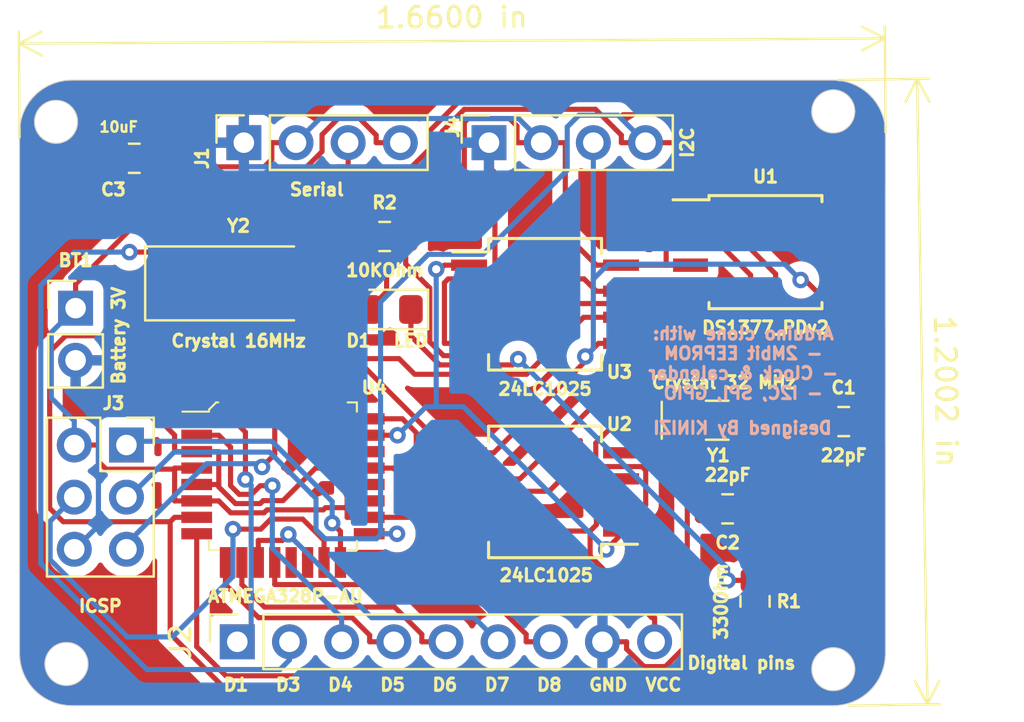
<source format=kicad_pcb>
(kicad_pcb (version 20240108) (generator "pcbnew") (generator_version "8.0")
  (title_block (title "Arduino Battery Powered clone with extended EEPROM and clock") (date "2020-05-16") (comment 1 "Designed by DraKo"))
  (layers (0 "F.Cu" signal) (31 "B.Cu" signal) (34 "B.Paste" user) (35 "F.Paste" user) (36 "B.SilkS" user "B.Silkscreen") (37 "F.SilkS" user "F.Silkscreen") (38 "B.Mask" user) (39 "F.Mask" user) (44 "Edge.Cuts" user))
  (net 0 "")
  (net 1 "/Vcc")
  (net 2 "GND")
  (net 3 "Net-(C1-Pad2)")
  (net 4 "Net-(C2-Pad2)")
  (net 5 "Net-(D1-Pad1)")
  (net 6 "/SCK")
  (net 7 "/RX")
  (net 8 "/TX")
  (net 9 "/D2")
  (net 10 "/D3")
  (net 11 "/D4")
  (net 12 "/D5")
  (net 13 "/D6")
  (net 14 "/D7")
  (net 15 "/D8")
  (net 16 "/MISO")
  (net 17 "/MOSI")
  (net 18 "/RESET")
  (net 19 "/SDA")
  (net 20 "Net-(U1-Pad1)")
  (net 21 "Net-(U1-Pad2)")
  (net 22 "Net-(U1-Pad7)")
  (net 23 "/ADDS1")
  (net 24 "/ADDS2")
  (net 25 "/SCL")
  (net 26 "Net-(U4-Pad13)")
  (net 27 "Net-(U4-Pad14)")
  (net 28 "Net-(U4-Pad19)")
  (net 29 "Net-(U4-Pad22)")
  (net 30 "Net-(U4-Pad25)")
  (net 31 "Net-(U4-Pad26)")
  (footprint "Connector_PinHeader_2.54mm:PinHeader_1x02_P2.54mm_Vertical" (layer "F.Cu") (at 84.0105 69.5325)
    (property "Reference" "BT1")
    (property "Value" "Battery 3V")
  )
  (footprint "Capacitor_SMD:C_0805_2012Metric_Pad1.15x1.40mm_HandSolder" (layer "F.Cu") (at 121.412 75.057)
    (property "Reference" "C1")
    (property "Value" "22pF")
  )
  (footprint "Capacitor_SMD:C_0805_2012Metric_Pad1.15x1.40mm_HandSolder" (layer "F.Cu") (at 115.76 79.3115 180)
    (property "Reference" "C2")
    (property "Value" "22pF")
  )
  (footprint "Capacitor_SMD:C_0805_2012Metric_Pad1.15x1.40mm_HandSolder" (layer "F.Cu") (at 86.868 62.23 180)
    (property "Reference" "C3")
    (property "Value" "10uF")
  )
  (footprint "LED_SMD:LED_0805_2012Metric_Pad1.15x1.40mm_HandSolder" (layer "F.Cu") (at 99.314 69.596 180)
    (property "Reference" "D1")
    (property "Value" "LED")
  )
  (footprint "Connector_PinSocket_2.54mm:PinSocket_1x04_P2.54mm_Vertical" (layer "F.Cu") (at 92.202 61.468 90)
    (property "Reference" "J1")
    (property "Value" "Serial")
  )
  (footprint "Connector_PinSocket_2.54mm:PinSocket_1x09_P2.54mm_Vertical" (layer "F.Cu") (at 91.8845 85.7885 90)
    (property "Reference" "J2")
    (property "Value" "Digital pins")
  )
  (footprint "Connector_PinSocket_2.54mm:PinSocket_2x03_P2.54mm_Vertical" (layer "F.Cu") (at 86.487 76.2)
    (property "Reference" "J3")
    (property "Value" "ICSP")
  )
  (footprint "Connector_PinSocket_2.54mm:PinSocket_1x04_P2.54mm_Vertical" (layer "F.Cu") (at 104.14 61.468 90)
    (property "Reference" "J4")
    (property "Value" "I2C")
  )
  (footprint "Resistor_SMD:R_0805_2012Metric_Pad1.15x1.40mm_HandSolder" (layer "F.Cu") (at 117.094 83.82 -90)
    (property "Reference" "R1")
    (property "Value" "330Ohm")
  )
  (footprint "Resistor_SMD:R_0805_2012Metric_Pad1.15x1.40mm_HandSolder" (layer "F.Cu") (at 99.06 66.04)
    (property "Reference" "R2")
    (property "Value" "10KOhm")
  )
  (footprint "Package_SO:SOIJ-8_5.3x5.3mm_P1.27mm" (layer "F.Cu") (at 117.602 66.802)
    (property "Reference" "U1")
    (property "Value" "DS1377_PDv2")
  )
  (footprint "Package_SO:SO-8_5.3x6.2mm_P1.27mm" (layer "F.Cu") (at 106.87 78.486 180)
    (property "Reference" "U2")
    (property "Value" "24LC1025")
  )
  (footprint "Package_SO:SO-8_5.3x6.2mm_P1.27mm" (layer "F.Cu") (at 106.87 69.342)
    (property "Reference" "U3")
    (property "Value" "24LC1025")
  )
  (footprint "Crystal:Crystal_SMD_MicroCrystal_CC7V-T1A-2Pin_3.2x1.5mm_HandSoldering" (layer "F.Cu") (at 115.252 74.9935)
    (property "Reference" "Y1")
    (property "Value" "Crystal 32 MHz")
  )
  (footprint "Crystal:Crystal_SMD_5032-2Pin_5.0x3.2mm_HandSoldering" (layer "F.Cu") (at 91.948 68.326)
    (property "Reference" "Y2")
    (property "Value" "Crystal 16MHz")
  )
  (footprint "digikey-footprints:TQFP-32_7x7mm" (layer "F.Cu") (at 94.107 77.724)
    (property "Reference" "U4")
    (property "Value" "ATMEGA328P-AU")
  )
  (gr_circle (center 83.566 86.868) (end 83.312 87.884) (stroke (width 0.05)) (fill none) (layer "Edge.Cuts"))
  (gr_circle (center 120.904 87.122) (end 120.65 88.138) (stroke (width 0.05)) (fill none) (layer "Edge.Cuts"))
  (gr_circle (center 83.058 60.452) (end 82.804 61.468) (stroke (width 0.05)) (fill none) (layer "Edge.Cuts"))
  (gr_line (start 120.904 88.9) (end 83.82 88.9) (stroke (width 0.05)) (layer "Edge.Cuts"))
  (gr_line (start 83.82 58.42) (end 120.904 58.42) (stroke (width 0.05)) (layer "Edge.Cuts"))
  (gr_arc (start 83.82 88.9) (mid 82.023949 88.156051) (end 81.28 86.36) (stroke (width 0.05)) (layer "Edge.Cuts"))
  (gr_circle (center 120.904 59.944) (end 120.65 60.96) (stroke (width 0.05)) (fill none) (layer "Edge.Cuts"))
  (gr_arc (start 123.444 86.36) (mid 122.700051 88.156051) (end 120.904 88.9) (stroke (width 0.05)) (layer "Edge.Cuts"))
  (gr_arc (start 81.28 60.96) (mid 82.023949 59.163949) (end 83.82 58.42) (stroke (width 0.05)) (layer "Edge.Cuts"))
  (gr_line (start 81.28 60.96) (end 81.28 86.36) (stroke (width 0.05)) (layer "Edge.Cuts"))
  (gr_line (start 123.444 60.96) (end 123.444 86.36) (stroke (width 0.05)) (layer "Edge.Cuts"))
  (gr_arc (start 120.904 58.42) (mid 122.700051 59.163949) (end 123.444 60.96) (stroke (width 0.05)) (layer "Edge.Cuts"))
  (gr_text "Designed By KINIZI" (at 116.48 75.37 0) (layer "B.SilkS") (effects (font (size 0.6 0.6)) (justify mirror)))
  (gr_text "Arduino clone with:\n- 2Mbit EEPROM\n- Clock & calendar\n- I2C, SPI, GPIO" (at 116.52 72.22 0) (layer "B.SilkS") (effects (font (size 0.6 0.6)) (justify mirror)))
  (gr_text "D1   D3   D4   D5   D6   D7   D8   GND  VCC" (at 102.362 87.884 0) (layer "F.SilkS") (effects (font (size 0.6 0.6))))
  (dimension (type aligned) (layer "F.SilkS") (pts (xy 81.28 61.214) (xy 123.444 60.96)) (height -4.571916) (gr_text "1.6600 in" (at 102.327531 55.365188 0.3451511232) (layer "F.SilkS") (effects (font (size 1 1) (thickness 0.15)))) (format (prefix "") (suffix "") (units 0) (units_format 1) (precision 4)) (style (thickness 0.12) (arrow_length 1.27) (text_position_mode 0) (extension_height 0.58642) (extension_offset 0) keep_text_aligned))
  (dimension (type aligned) (layer "F.SilkS") (pts (xy 121.666 88.9) (xy 121.158 58.42)) (height 3.826401) (gr_text "1.2002 in" (at 126.38771 73.577072 -89.04515875) (layer "F.SilkS") (effects (font (size 1 1) (thickness 0.15)))) (format (prefix "") (suffix "") (units 0) (units_format 1) (precision 4)) (style (thickness 0.12) (arrow_length 1.27) (text_position_mode 0) (extension_height 0.58642) (extension_offset 0) keep_text_aligned))
  (segment (start 97.2317 78.124) (end 97.2317 79.162) (width 0.25) (layer "F.Cu") (net 1))
  (segment (start 93.332 79.3595) (end 96.0721 79.3595) (width 0.25) (layer "F.Cu") (net 1))
  (segment (start 102.9393 60.4808) (end 103.1274 60.2927) (width 0.25) (layer "F.Cu") (net 1))
  (segment (start 110.57 77.851) (end 109.3697 77.851) (width 0.25) (layer "F.Cu") (net 1))
  (segment (start 98.307 78.124) (end 97.2317 78.124) (width 0.25) (layer "F.Cu") (net 1))
  (segment (start 89.3694 78.924) (end 88.8317 78.924) (width 0.25) (layer "F.Cu") (net 1))
  (segment (start 94.742 61.468) (end 93.5667 61.468) (width 0.25) (layer "F.Cu") (net 1))
  (segment (start 84.0105 69.5325) (end 84.0105 68.3572) (width 0.25) (layer "F.Cu") (net 1))
  (segment (start 107.8553 65.9226) (end 109.3697 67.437) (width 0.25) (layer "F.Cu") (net 1))
  (segment (start 100.085 66.04) (end 102.9393 63.1857) (width 0.25) (layer "F.Cu") (net 1))
  (segment (start 88.3087 62.6457) (end 87.893 62.23) (width 0.25) (layer "F.Cu") (net 1))
  (segment (start 88.3087 64.059) (end 84.0105 68.3572) (width 0.25) (layer "F.Cu") (net 1))
  (segment (start 121.252 64.897) (end 120.0767 64.897) (width 0.25) (layer "F.Cu") (net 1))
  (segment (start 96.0721 79.3595) (end 96.1773 79.2543) (width 0.25) (layer "F.Cu") (net 1))
  (segment (start 119.4264 64.2467) (end 120.0767 64.897) (width 0.25) (layer "F.Cu") (net 1))
  (segment (start 112.7663 67.437) (end 112.7663 64.4071) (width 0.25) (layer "F.Cu") (net 1))
  (segment (start 112.2045 85.7885) (end 112.2045 84.6132) (width 0.25) (layer "F.Cu") (net 1))
  (segment (start 88.3087 62.6457) (end 88.3087 64.059) (width 0.25) (layer "F.Cu") (net 1))
  (segment (start 101.2605 68.554) (end 101.2605 71.1794) (width 0.25) (layer "F.Cu") (net 1))
  (segment (start 110.57 67.437) (end 112.7663 67.437) (width 0.25) (layer "F.Cu") (net 1))
  (segment (start 93.1875 79.504) (end 93.332 79.3595) (width 0.25) (layer "F.Cu") (net 1))
  (segment (start 100.085 67.3785) (end 101.2605 68.554) (width 0.25) (layer "F.Cu") (net 1))
  (segment (start 89.907 78.924) (end 90.9823 78.924) (width 0.25) (layer "F.Cu") (net 1))
  (segment (start 109.3697 80.0851) (end 109.3697 77.851) (width 0.25) (layer "F.Cu") (net 1))
  (segment (start 105.5047 60.6599) (end 105.5047 61.468) (width 0.25) (layer "F.Cu") (net 1))
  (segment (start 88.8317 77.324) (end 88.7803 77.3754) (width 0.25) (layer "F.Cu") (net 1))
  (segment (start 109.0638 81.6075) (end 112.0695 84.6132) (width 0.25) (layer "F.Cu") (net 1))
  (segment (start 112.7663 64.4071) (end 112.9267 64.2467) (width 0.25) (layer "F.Cu") (net 1))
  (segment (start 112.0695 84.6132) (end 112.2045 84.6132) (width 0.25) (layer "F.Cu") (net 1))
  (segment (start 103.17 80.391) (end 101.9697 80.391) (width 0.25) (layer "F.Cu") (net 1))
  (segment (start 112.9267 64.2467) (end 119.4264 64.2467) (width 0.25) (layer "F.Cu") (net 1))
  (segment (start 97.2317 79.3466) (end 97.2317 79.724) (width 0.25) (layer "F.Cu") (net 1))
  (segment (start 112.7663 67.437) (end 113.952 67.437) (width 0.25) (layer "F.Cu") (net 1))
  (segment (start 98.307 79.724) (end 99.2697 79.724) (width 0.25) (layer "F.Cu") (net 1))
  (segment (start 102.9393 63.1857) (end 102.9393 60.4808) (width 0.25) (layer "F.Cu") (net 1))
  (segment (start 88.8317 77.4268) (end 88.7803 77.3754) (width 0.25) (layer "F.Cu") (net 1))
  (segment (start 101.2605 71.1794) (end 101.9284 71.8473) (width 0.25) (layer "F.Cu") (net 1))
  (segment (start 101.9284 71.8473) (end 104.1798 71.8473) (width 0.25) (layer "F.Cu") (net 1))
  (segment (start 99.2697 79.724) (end 101.3027 79.724) (width 0.25) (layer "F.Cu") (net 1))
  (segment (start 93.5667 61.468) (end 93.5667 62.276) (width 0.25) (layer "F.Cu") (net 1))
  (segment (start 104.1798 71.8473) (end 104.3703 71.6568) (width 0.25) (layer "F.Cu") (net 1))
  (segment (start 103.17 80.391) (end 104.3703 80.391) (width 0.25) (layer "F.Cu") (net 1))
  (segment (start 104.3703 71.6568) (end 104.3703 69.977) (width 0.25) (layer "F.Cu") (net 1))
  (segment (start 109.0638 80.391) (end 109.0638 81.6075) (width 0.25) (layer "F.Cu") (net 1))
  (segment (start 93.5667 62.276) (end 93.197 62.6457) (width 0.25) (layer "F.Cu") (net 1))
  (segment (start 97.2317 79.162) (end 97.1394 79.2543) (width 0.25) (layer "F.Cu") (net 1))
  (segment (start 104.3703 80.391) (end 109.0638 80.391) (width 0.25) (layer "F.Cu") (net 1))
  (segment (start 83.947 76.2) (end 85.1223 76.2) (width 0.25) (layer "F.Cu") (net 1))
  (segment (start 106.68 61.468) (end 105.5047 61.468) (width 0.25) (layer "F.Cu") (net 1))
  (segment (start 105.1375 60.2927) (end 105.5047 60.6599) (width 0.25) (layer "F.Cu") (net 1))
  (segment (start 89.3694 78.924) (end 89.907 78.924) (width 0.25) (layer "F.Cu") (net 1))
  (segment (start 106.68 61.468) (end 107.8553 61.468) (width 0.25) (layer "F.Cu") (net 1))
  (segment (start 88.8317 78.924) (end 88.8317 77.4268) (width 0.25) (layer "F.Cu") (net 1))
  (segment (start 109.0638 80.391) (end 109.3697 80.0851) (width 0.25) (layer "F.Cu") (net 1))
  (segment (start 89.907 77.324) (end 88.8317 77.324) (width 0.25) (layer "F.Cu") (net 1))
  (segment (start 110.57 67.437) (end 109.3697 67.437) (width 0.25) (layer "F.Cu") (net 1))
  (segment (start 98.307 79.724) (end 97.2317 79.724) (width 0.25) (layer "F.Cu") (net 1))
  (segment (start 93.197 62.6457) (end 88.3087 62.6457) (width 0.25) (layer "F.Cu") (net 1))
  (segment (start 100.085 66.04) (end 100.085 67.3785) (width 0.25) (layer "F.Cu") (net 1))
  (segment (start 103.17 69.977) (end 104.3703 69.977) (width 0.25) (layer "F.Cu") (net 1))
  (segment (start 85.1223 77.008) (end 85.1223 76.2) (width 0.25) (layer "F.Cu") (net 1))
  (segment (start 107.8553 61.468) (end 107.8553 65.9226) (width 0.25) (layer "F.Cu") (net 1))
  (segment (start 101.3027 79.724) (end 101.9697 80.391) (width 0.25) (layer "F.Cu") (net 1))
  (segment (start 90.9823 78.924) (end 91.5623 79.504) (width 0.25) (layer "F.Cu") (net 1))
  (segment (start 97.1394 79.2543) (end 97.2317 79.3466) (width 0.25) (layer "F.Cu") (net 1))
  (segment (start 85.4897 77.3754) (end 85.1223 77.008) (width 0.25) (layer "F.Cu") (net 1))
  (segment (start 88.7803 77.3754) (end 85.4897 77.3754) (width 0.25) (layer "F.Cu") (net 1))
  (segment (start 96.1773 79.2543) (end 97.1394 79.2543) (width 0.25) (layer "F.Cu") (net 1))
  (segment (start 103.1274 60.2927) (end 105.1375 60.2927) (width 0.25) (layer "F.Cu") (net 1))
  (segment (start 91.5623 79.504) (end 93.1875 79.504) (width 0.25) (layer "F.Cu") (net 1))
  (segment (start 94.742 61.458) (end 95.9073 60.2927) (width 0.25) (layer "B.Cu") (net 1))
  (segment (start 95.9073 60.2927) (end 105.5827 60.2927) (width 0.25) (layer "B.Cu") (net 1))
  (segment (start 82.8299 70.7131) (end 84.0105 69.5325) (width 0.25) (layer "B.Cu") (net 1))
  (segment (start 105.5827 60.2927) (end 106.68 61.39) (width 0.25) (layer "B.Cu") (net 1))
  (segment (start 94.742 61.468) (end 94.742 61.458) (width 0.25) (layer "B.Cu") (net 1))
  (segment (start 106.68 61.39) (end 106.68 61.468) (width 0.25) (layer "B.Cu") (net 1))
  (segment (start 83.947 76.2) (end 83.947 75.0247) (width 0.25) (layer "B.Cu") (net 1))
  (segment (start 82.8299 73.9076) (end 82.8299 70.7131) (width 0.25) (layer "B.Cu") (net 1))
  (segment (start 83.947 75.0247) (end 82.8299 73.9076) (width 0.25) (layer "B.Cu") (net 1))
  (segment (start 89.907 76.524) (end 88.8317 76.524) (width 0.25) (layer "F.Cu") (net 2))
  (segment (start 111.7704 76.581) (end 111.7703 76.581) (width 0.25) (layer "F.Cu") (net 2))
  (segment (start 113.952 68.707) (end 112.7866 68.707) (width 0.25) (layer "F.Cu") (net 2))
  (segment (start 101.9697 71.247) (end 101.9697 68.2924) (width 0.25) (layer "F.Cu") (net 2))
  (segment (start 114.0589 78.2851) (end 113.795 78.549) (width 0.25) (layer "F.Cu") (net 2))
  (segment (start 90.9823 78.124) (end 90.9823 78.2421) (width 0.25) (layer "F.Cu") (net 2))
  (segment (start 92.202 61.468) (end 91.0267 61.468) (width 0.25) (layer "F.Cu") (net 2))
  (segment (start 110.8398 86.1429) (end 110.8398 85.7885) (width 0.25) (layer "F.Cu") (net 2))
  (segment (start 104.14 61.468) (end 104.14 62.6433) (width 0.25) (layer "F.Cu") (net 2))
  (segment (start 112.0626 74.0907) (end 112.7866 73.3667) (width 0.25) (layer "F.Cu") (net 2))
  (segment (start 104.43 62.9333) (end 104.14 62.6433) (width 0.25) (layer "F.Cu") (net 2))
  (segment (start 89.907 78.124) (end 90.9823 78.124) (width 0.25) (layer "F.Cu") (net 2))
  (segment (start 93.0009 79.0537) (end 93.1454 78.9092) (width 0.25) (layer "F.Cu") (net 2))
  (segment (start 115.5066 84.845) (end 117.094 84.845) (width 0.25) (layer "F.Cu") (net 2))
  (segment (start 116.7802 79.3067) (end 116.785 79.3115) (width 0.25) (layer "F.Cu") (net 2))
  (segment (start 120.387 75.057) (end 116.7802 78.6638) (width 0.25) (layer "F.Cu") (net 2))
  (segment (start 115.1925 84.5309) (end 112.7281 86.9953) (width 0.25) (layer "F.Cu") (net 2))
  (segment (start 116.4015 78.2851) (end 114.0589 78.2851) (width 0.25) (layer "F.Cu") (net 2))
  (segment (start 112.7866 73.3667) (end 112.7866 68.707) (width 0.25) (layer "F.Cu") (net 2))
  (segment (start 102.1554 68.1067) (end 104.43 68.1067) (width 0.25) (layer "F.Cu") (net 2))
  (segment (start 109.6645 85.7885) (end 110.8398 85.7885) (width 0.25) (layer "F.Cu") (net 2))
  (segment (start 116.7802 78.6638) (end 116.7802 79.3067) (width 0.25) (layer "F.Cu") (net 2))
  (segment (start 88.8317 75.7184) (end 88.8317 76.524) (width 0.25) (layer "F.Cu") (net 2))
  (segment (start 85.1858 72.0725) (end 88.8317 75.7184) (width 0.25) (layer "F.Cu") (net 2))
  (segment (start 113.795 78.549) (end 113.795 83.1334) (width 0.25) (layer "F.Cu") (net 2))
  (segment (start 110.57 68.707) (end 109.3697 68.707) (width 0.25) (layer "F.Cu") (net 2))
  (segment (start 103.17 79.121) (end 101.2747 79.121) (width 0.25) (layer "F.Cu") (net 2))
  (segment (start 115.1925 84.5309) (end 115.5066 84.845) (width 0.25) (layer "F.Cu") (net 2))
  (segment (start 101.9697 68.2924) (end 102.1554 68.1067) (width 0.25) (layer "F.Cu") (net 2))
  (segment (start 91.0267 61.468) (end 90.7185 61.1598) (width 0.25) (layer "F.Cu") (net 2))
  (segment (start 116.7802 78.6638) (end 116.4015 78.2851) (width 0.25) (layer "F.Cu") (net 2))
  (segment (start 91.7939 79.0537) (end 93.0009 79.0537) (width 0.25) (layer "F.Cu") (net 2))
  (segment (start 101.2747 79.121) (end 99.4777 77.324) (width 0.25) (layer "F.Cu") (net 2))
  (segment (start 93.1454 78.9092) (end 94.1124 78.9092) (width 0.25) (layer "F.Cu") (net 2))
  (segment (start 103.17 71.247) (end 101.9697 71.247) (width 0.25) (layer "F.Cu") (net 2))
  (segment (start 99.4777 77.324) (end 98.307 77.324) (width 0.25) (layer "F.Cu") (net 2))
  (segment (start 112.7281 86.9953) (end 111.6922 86.9953) (width 0.25) (layer "F.Cu") (net 2))
  (segment (start 112.7866 68.707) (end 110.57 68.707) (width 0.25) (layer "F.Cu") (net 2))
  (segment (start 95.6976 77.324) (end 98.307 77.324) (width 0.25) (layer "F.Cu") (net 2))
  (segment (start 86.9132 61.1598) (end 85.843 62.23) (width 0.25) (layer "F.Cu") (net 2))
  (segment (start 90.7185 61.1598) (end 86.9132 61.1598) (width 0.25) (layer "F.Cu") (net 2))
  (segment (start 104.43 68.1067) (end 108.7694 68.1067) (width 0.25) (layer "F.Cu") (net 2))
  (segment (start 108.7694 68.1067) (end 109.3697 68.707) (width 0.25) (layer "F.Cu") (net 2))
  (segment (start 90.9823 78.124) (end 90.9823 76.524) (width 0.25) (layer "F.Cu") (net 2))
  (segment (start 112.0626 76.2888) (end 111.7704 76.581) (width 0.25) (layer "F.Cu") (net 2))
  (segment (start 104.43 68.1067) (end 104.43 62.9333) (width 0.25) (layer "F.Cu") (net 2))
  (segment (start 89.907 76.524) (end 90.9823 76.524) (width 0.25) (layer "F.Cu") (net 2))
  (segment (start 110.57 76.581) (end 111.7703 76.581) (width 0.25) (layer "F.Cu") (net 2))
  (segment (start 114.0589 78.2851) (end 112.0626 76.2888) (width 0.25) (layer "F.Cu") (net 2))
  (segment (start 113.795 83.1334) (end 115.1925 84.5309) (width 0.25) (layer "F.Cu") (net 2))
  (segment (start 94.1124 78.9092) (end 95.6976 77.324) (width 0.25) (layer "F.Cu") (net 2))
  (segment (start 112.0626 76.2888) (end 112.0626 74.0907) (width 0.25) (layer "F.Cu") (net 2))
  (segment (start 84.0105 72.0725) (end 85.1858 72.0725) (width 0.25) (layer "F.Cu") (net 2))
  (segment (start 90.9823 78.2421) (end 91.7939 79.0537) (width 0.25) (layer "F.Cu") (net 2))
  (segment (start 111.6922 86.9953) (end 110.8398 86.1429) (width 0.25) (layer "F.Cu") (net 2))
  (segment (start 104.14 61.468) (end 102.9647 61.468) (width 0.25) (layer "B.Cu") (net 2))
  (segment (start 92.202 62.6433) (end 92.202 65.158) (width 0.25) (layer "B.Cu") (net 2))
  (segment (start 101.7894 62.6433) (end 102.9647 61.468) (width 0.25) (layer "B.Cu") (net 2))
  (segment (start 83.97 81.28) (end 83.947 81.28) (width 0.25) (layer "B.Cu") (net 2))
  (segment (start 92.202 65.158) (end 85.25 72.11) (width 0.25) (layer "B.Cu") (net 2))
  (segment (start 92.202 61.468) (end 92.202 62.6433) (width 0.25) (layer "B.Cu") (net 2))
  (segment (start 84.0105 73.2478) (end 85.1223 74.3596) (width 0.25) (layer "B.Cu") (net 2))
  (segment (start 85.1223 80.1277) (end 83.97 81.28) (width 0.25) (layer "B.Cu") (net 2))
  (segment (start 92.202 62.6433) (end 101.7894 62.6433) (width 0.25) (layer "B.Cu") (net 2))
  (segment (start 84.0105 72.0725) (end 84.0105 73.2478) (width 0.25) (layer "B.Cu") (net 2))
  (segment (start 85.25 72.11) (end 84.0105 72.11) (width 0.25) (layer "B.Cu") (net 2))
  (segment (start 85.1223 74.3596) (end 85.1223 80.1277) (width 0.25) (layer "B.Cu") (net 2))
  (segment (start 84.0105 72.11) (end 84.0105 72.0725) (width 0.25) (layer "B.Cu") (net 2))
  (segment (start 88.6172 79.9385) (end 83.4056 79.9385) (width 0.25) (layer "F.Cu") (net 3))
  (segment (start 91.1093 87.8959) (end 116.3549 87.8959) (width 0.25) (layer "F.Cu") (net 3))
  (segment (start 116.3549 87.8959) (end 122.437 81.8138) (width 0.25) (layer "F.Cu") (net 3))
  (segment (start 88.3199 70.8794) (end 89.348 69.8513) (width 0.25) (layer "F.Cu") (net 3))
  (segment (start 83.5263 70.8794) (end 88.3199 70.8794) (width 0.25) (layer "F.Cu") (net 3))
  (segment (start 83.4056 79.9385) (end 82.7478 79.2807) (width 0.25) (layer "F.Cu") (net 3))
  (segment (start 89.907 79.724) (end 88.8317 79.724) (width 0.25) (layer "F.Cu") (net 3))
  (segment (start 88.6172 79.9385) (end 88.6172 85.4038) (width 0.25) (layer "F.Cu") (net 3))
  (segment (start 88.6172 85.4038) (end 91.1093 87.8959) (width 0.25) (layer "F.Cu") (net 3))
  (segment (start 89.348 68.326) (end 89.348 69.8513) (width 0.25) (layer "F.Cu") (net 3))
  (segment (start 122.437 81.8138) (end 122.437 75.057) (width 0.25) (layer "F.Cu") (net 3))
  (segment (start 88.6172 79.9385) (end 88.8317 79.724) (width 0.25) (layer "F.Cu") (net 3))
  (segment (start 82.7478 79.2807) (end 82.7478 71.6579) (width 0.25) (layer "F.Cu") (net 3))
  (segment (start 82.7478 71.6579) (end 83.5263 70.8794) (width 0.25) (layer "F.Cu") (net 3))
  (segment (start 121.412 77.0981) (end 118.1274 80.3827) (width 0.25) (layer "F.Cu") (net 4))
  (segment (start 94.548 66.8007) (end 98.5721 62.7766) (width 0.25) (layer "F.Cu") (net 4))
  (segment (start 118.1274 80.3827) (end 115.8062 80.3827) (width 0.25) (layer "F.Cu") (net 4))
  (segment (start 122.8876 69.8373) (end 121.412 71.3129) (width 0.25) (layer "F.Cu") (net 4))
  (segment (start 101.2483 61.7723) (end 101.2483 60.8964) (width 0.25) (layer "F.Cu") (net 4))
  (segment (start 116.1193 87.4456) (end 118.1274 85.4375) (width 0.25) (layer "F.Cu") (net 4))
  (segment (start 122.8876 64.2002) (end 122.8876 69.8373) (width 0.25) (layer "F.Cu") (net 4))
  (segment (start 118.1274 85.4375) (end 118.1274 80.3827) (width 0.25) (layer "F.Cu") (net 4))
  (segment (start 101.2483 60.8964) (end 102.7968 59.3479) (width 0.25) (layer "F.Cu") (net 4))
  (segment (start 89.907 86.0232) (end 91.3294 87.4456) (width 0.25) (layer "F.Cu") (net 4))
  (segment (start 102.7968 59.3479) (end 118.0353 59.3479) (width 0.25) (layer "F.Cu") (net 4))
  (segment (start 91.3294 87.4456) (end 116.1193 87.4456) (width 0.25) (layer "F.Cu") (net 4))
  (segment (start 121.412 71.3129) (end 121.412 77.0981) (width 0.25) (layer "F.Cu") (net 4))
  (segment (start 94.548 68.326) (end 94.548 66.8007) (width 0.25) (layer "F.Cu") (net 4))
  (segment (start 98.5721 62.7766) (end 100.244 62.7766) (width 0.25) (layer "F.Cu") (net 4))
  (segment (start 100.244 62.7766) (end 101.2483 61.7723) (width 0.25) (layer "F.Cu") (net 4))
  (segment (start 115.8062 80.3827) (end 114.735 79.3115) (width 0.25) (layer "F.Cu") (net 4))
  (segment (start 118.0353 59.3479) (end 122.8876 64.2002) (width 0.25) (layer "F.Cu") (net 4))
  (segment (start 89.907 80.524) (end 89.907 86.0232) (width 0.25) (layer "F.Cu") (net 4))
  (segment (start 100.339 70.8948) (end 101.7418 72.2976) (width 0.25) (layer "F.Cu") (net 5))
  (segment (start 105.2824 72.2976) (end 105.5617 72.0183) (width 0.25) (layer "F.Cu") (net 5))
  (segment (start 101.7418 72.2976) (end 105.2824 72.2976) (width 0.25) (layer "F.Cu") (net 5))
  (segment (start 117.094 82.795) (end 115.7568 82.795) (width 0.25) (layer "F.Cu") (net 5))
  (segment (start 100.339 69.596) (end 100.339 70.8948) (width 0.25) (layer "F.Cu") (net 5))
  (via (at 105.5617 72.0183) (size 0.8) (drill 0.4) (layers "F.Cu" "B.Cu") (net 5))
  (via (at 115.7568 82.795) (size 0.8) (drill 0.4) (layers "F.Cu" "B.Cu") (net 5))
  (segment (start 105.5617 72.0183) (end 115.7568 82.2134) (width 0.25) (layer "B.Cu") (net 5))
  (segment (start 115.7568 82.2134) (end 115.7568 82.795) (width 0.25) (layer "B.Cu") (net 5))
  (segment (start 99.1545 64.9009) (end 101.8576 62.1978) (width 0.25) (layer "F.Cu") (net 6))
  (segment (start 99.1545 68.7305) (end 99.1545 64.9009) (width 0.25) (layer "F.Cu") (net 6))
  (segment (start 109.3263 59.8423) (end 110.5847 61.1007) (width 0.25) (layer "F.Cu") (net 6))
  (segment (start 98.307 80.524) (end 99.6601 80.524) (width 0.25) (layer "F.Cu") (net 6))
  (segment (start 101.8576 60.924) (end 102.9393 59.8423) (width 0.25) (layer "F.Cu") (net 6))
  (segment (start 101.8576 62.1978) (end 101.8576 60.924) (width 0.25) (layer "F.Cu") (net 6))
  (segment (start 121.252 67.437) (end 122.4273 67.437) (width 0.25) (layer "F.Cu") (net 6))
  (segment (start 122.4273 67.437) (end 122.4273 64.4326) (width 0.25) (layer "F.Cu") (net 6))
  (segment (start 110.5847 61.1007) (end 110.5847 61.468) (width 0.25) (layer "F.Cu") (net 6))
  (segment (start 98.289 69.596) (end 99.1545 68.7305) (width 0.25) (layer "F.Cu") (net 6))
  (segment (start 122.4273 64.4326) (end 119.4627 61.468) (width 0.25) (layer "F.Cu") (net 6))
  (segment (start 119.4627 61.468) (end 111.76 61.468) (width 0.25) (layer "F.Cu") (net 6))
  (segment (start 111.76 61.468) (end 110.5847 61.468) (width 0.25) (layer "F.Cu") (net 6))
  (segment (start 102.9393 59.8423) (end 109.3263 59.8423) (width 0.25) (layer "F.Cu") (net 6))
  (via (at 99.6601 80.524) (size 0.8) (drill 0.4) (layers "F.Cu" "B.Cu") (net 6))
  (segment (start 110.42 60.13) (end 111.758 61.468) (width 0.25) (layer "B.Cu") (net 6))
  (segment (start 95.7182 80.3283) (end 96.158 80.7681) (width 0.25) (layer "B.Cu") (net 6))
  (segment (start 96.158 80.7681) (end 98.6595 80.7681) (width 0.25) (layer "B.Cu") (net 6))
  (segment (start 107.95 60.7) (end 108.52 60.13) (width 0.25) (layer "B.Cu") (net 6))
  (segment (start 98.9036 80.524) (end 98.86 80.4804) (width 0.25) (layer "B.Cu") (net 6))
  (segment (start 111.758 61.468) (end 111.76 61.468) (width 0.25) (layer "B.Cu") (net 6))
  (segment (start 86.487 78.74) (end 86.61 78.74) (width 0.25) (layer "B.Cu") (net 6))
  (segment (start 98.86 80.4804) (end 98.86 69.2364) (width 0.25) (layer "B.Cu") (net 6))
  (segment (start 103.8502 66.9098) (end 107.95 62.81) (width 0.25) (layer "B.Cu") (net 6))
  (segment (start 98.9036 80.524) (end 99.6601 80.524) (width 0.25) (layer "B.Cu") (net 6))
  (segment (start 93.4586 76.5454) (end 95.7182 78.805) (width 0.25) (layer "B.Cu") (net 6))
  (segment (start 95.7182 78.805) (end 95.7182 80.3283) (width 0.25) (layer "B.Cu") (net 6))
  (segment (start 107.95 62.81) (end 107.95 60.7) (width 0.25) (layer "B.Cu") (net 6))
  (segment (start 101.1866 66.9098) (end 103.8502 66.9098) (width 0.25) (layer "B.Cu") (net 6))
  (segment (start 98.6595 80.7681) (end 98.9036 80.524) (width 0.25) (layer "B.Cu") (net 6))
  (segment (start 98.86 69.2364) (end 101.1866 66.9098) (width 0.25) (layer "B.Cu") (net 6))
  (segment (start 108.52 60.13) (end 110.42 60.13) (width 0.25) (layer "B.Cu") (net 6))
  (segment (start 86.61 78.74) (end 88.8046 76.5454) (width 0.25) (layer "B.Cu") (net 6))
  (segment (start 88.8046 76.5454) (end 93.4586 76.5454) (width 0.25) (layer "B.Cu") (net 6))
  (segment (start 96.7678 62.6433) (end 97.282 62.6433) (width 0.25) (layer "F.Cu") (net 7))
  (segment (start 92.4726 71.1737) (end 92.4726 66.9385) (width 0.25) (layer "F.Cu") (net 7))
  (segment (start 97.282 61.468) (end 97.282 62.6433) (width 0.25) (layer "F.Cu") (net 7))
  (segment (start 92.907 73.524) (end 92.907 71.6081) (width 0.25) (layer "F.Cu") (net 7))
  (segment (start 92.4726 66.9385) (end 96.7678 62.6433) (width 0.25) (layer "F.Cu") (net 7))
  (segment (start 92.907 71.6081) (end 92.4726 71.1737) (width 0.25) (layer "F.Cu") (net 7))
  (segment (start 92.0072 72.3489) (end 92.107 72.4487) (width 0.25) (layer "F.Cu") (net 8))
  (segment (start 96.8218 60.2649) (end 96.012 61.0747) (width 0.25) (layer "F.Cu") (net 8))
  (segment (start 98.6467 61.468) (end 98.6467 61.1007) (width 0.25) (layer "F.Cu") (net 8))
  (segment (start 99.822 61.468) (end 98.6467 61.468) (width 0.25) (layer "F.Cu") (net 8))
  (segment (start 97.8109 60.2649) (end 96.8218 60.2649) (width 0.25) (layer "F.Cu") (net 8))
  (segment (start 92.0072 65.9036) (end 92.0072 72.3489) (width 0.25) (layer "F.Cu") (net 8))
  (segment (start 92.107 73.524) (end 92.107 72.4487) (width 0.25) (layer "F.Cu") (net 8))
  (segment (start 96.012 61.0747) (end 96.012 61.8988) (width 0.25) (layer "F.Cu") (net 8))
  (segment (start 98.6467 61.1007) (end 97.8109 60.2649) (width 0.25) (layer "F.Cu") (net 8))
  (segment (start 96.012 61.8988) (end 92.0072 65.9036) (width 0.25) (layer "F.Cu") (net 8))
  (segment (start 91.307 73.524) (end 91.307 74.5993) (width 0.25) (layer "F.Cu") (net 9))
  (segment (start 91.307 74.5993) (end 92.2809 75.5732) (width 0.25) (layer "F.Cu") (net 9))
  (segment (start 92.2809 75.5732) (end 92.2809 77.8781) (width 0.25) (layer "F.Cu") (net 9))
  (via (at 92.2809 77.8781) (size 0.8) (drill 0.4) (layers "F.Cu" "B.Cu") (net 9))
  (segment (start 92.56 85.113) (end 92.56 78.1572) (width 0.25) (layer "B.Cu") (net 9))
  (segment (start 91.8845 85.7885) (end 92.56 85.113) (width 0.25) (layer "B.Cu") (net 9))
  (segment (start 92.56 78.1572) (end 92.2809 77.8781) (width 0.25) (layer "B.Cu") (net 9))
  (segment (start 91.3043 66.8006) (end 86.6344 66.8006) (width 0.25) (layer "F.Cu") (net 10))
  (segment (start 91.4234 66.9197) (end 91.3043 66.8006) (width 0.25) (layer "F.Cu") (net 10))
  (segment (start 89.907 72.1294) (end 91.4234 70.613) (width 0.25) (layer "F.Cu") (net 10))
  (segment (start 91.4234 70.613) (end 91.4234 66.9197) (width 0.25) (layer "F.Cu") (net 10))
  (segment (start 89.907 74.924) (end 89.907 72.1294) (width 0.25) (layer "F.Cu") (net 10))
  (via (at 86.6344 66.8006) (size 0.8) (drill 0.4) (layers "F.Cu" "B.Cu") (net 10))
  (segment (start 94.4245 85.7885) (end 94.4245 86.6755) (width 0.25) (layer "B.Cu") (net 10))
  (segment (start 94.4245 86.6755) (end 93.96 87.14) (width 0.25) (layer "B.Cu") (net 10))
  (segment (start 82.3151 68.4249) (end 83.9394 66.8006) (width 0.25) (layer "B.Cu") (net 10))
  (segment (start 82.3151 81.9746) (end 82.3151 68.4249) (width 0.25) (layer "B.Cu") (net 10))
  (segment (start 83.9394 66.8006) (end 86.6344 66.8006) (width 0.25) (layer "B.Cu") (net 10))
  (segment (start 87.4805 87.14) (end 82.3151 81.9746) (width 0.25) (layer "B.Cu") (net 10))
  (segment (start 93.96 87.14) (end 87.4805 87.14) (width 0.25) (layer "B.Cu") (net 10))
  (segment (start 91.5556 78.1785) (end 91.9805 78.6034) (width 0.25) (layer "F.Cu") (net 11))
  (segment (start 89.907 75.724) (end 90.9823 75.724) (width 0.25) (layer "F.Cu") (net 11))
  (segment (start 92.5814 78.6034) (end 93.0009 78.1839) (width 0.25) (layer "F.Cu") (net 11))
  (segment (start 90.9823 75.724) (end 91.5556 76.2973) (width 0.25) (layer "F.Cu") (net 11))
  (segment (start 91.9805 78.6034) (end 92.5814 78.6034) (width 0.25) (layer "F.Cu") (net 11))
  (segment (start 91.5556 76.2973) (end 91.5556 78.1785) (width 0.25) (layer "F.Cu") (net 11))
  (segment (start 93.0009 78.1839) (end 93.5904 78.1839) (width 0.25) (layer "F.Cu") (net 11))
  (via (at 93.5904 78.1839) (size 0.8) (drill 0.4) (layers "F.Cu" "B.Cu") (net 11))
  (segment (start 96.9645 84.6132) (end 93.5904 81.2391) (width 0.25) (layer "B.Cu") (net 11))
  (segment (start 96.9645 85.7885) (end 96.9645 84.6132) (width 0.25) (layer "B.Cu") (net 11))
  (segment (start 93.5904 81.2391) (end 93.5904 78.1839) (width 0.25) (layer "B.Cu") (net 11))
  (segment (start 97.4777 84.6132) (end 92.9209 84.6132) (width 0.25) (layer "F.Cu") (net 12))
  (segment (start 98.3292 85.7885) (end 98.3292 85.4647) (width 0.25) (layer "F.Cu") (net 12))
  (segment (start 99.5045 85.7885) (end 98.3292 85.7885) (width 0.25) (layer "F.Cu") (net 12))
  (segment (start 92.9209 84.6132) (end 91.307 82.9993) (width 0.25) (layer "F.Cu") (net 12))
  (segment (start 98.3292 85.4647) (end 97.4777 84.6132) (width 0.25) (layer "F.Cu") (net 12))
  (segment (start 91.307 81.924) (end 91.307 82.9993) (width 0.25) (layer "F.Cu") (net 12))
  (segment (start 99.5452 84.0972) (end 100.8692 85.4212) (width 0.25) (layer "F.Cu") (net 13))
  (segment (start 92.107 82.9993) (end 93.2049 84.0972) (width 0.25) (layer "F.Cu") (net 13))
  (segment (start 93.2049 84.0972) (end 99.5452 84.0972) (width 0.25) (layer "F.Cu") (net 13))
  (segment (start 102.0445 85.7885) (end 100.8692 85.7885) (width 0.25) (layer "F.Cu") (net 13))
  (segment (start 100.8692 85.4212) (end 100.8692 85.7885) (width 0.25) (layer "F.Cu") (net 13))
  (segment (start 92.107 81.924) (end 92.107 82.9993) (width 0.25) (layer "F.Cu") (net 13))
  (segment (start 92.907 80.8487) (end 94.0794 80.8487) (width 0.25) (layer "F.Cu") (net 14))
  (segment (start 92.907 81.924) (end 92.907 80.8487) (width 0.25) (layer "F.Cu") (net 14))
  (segment (start 94.0794 80.8487) (end 94.3717 80.5564) (width 0.25) (layer "F.Cu") (net 14))
  (via (at 94.3717 80.5564) (size 0.8) (drill 0.4) (layers "F.Cu" "B.Cu") (net 14))
  (segment (start 98.4285 84.6132) (end 103.4232 84.6132) (width 0.25) (layer "B.Cu") (net 14))
  (segment (start 103.4232 84.6132) (end 104.5845 85.7745) (width 0.25) (layer "B.Cu") (net 14))
  (segment (start 94.3717 80.5564) (end 98.4285 84.6132) (width 0.25) (layer "B.Cu") (net 14))
  (segment (start 104.5845 85.7745) (end 104.5845 85.7885) (width 0.25) (layer "B.Cu") (net 14))
  (segment (start 93.707 82.9993) (end 103.5273 82.9993) (width 0.25) (layer "F.Cu") (net 15))
  (segment (start 105.9492 85.4212) (end 105.9492 85.7885) (width 0.25) (layer "F.Cu") (net 15))
  (segment (start 103.5273 82.9993) (end 105.9492 85.4212) (width 0.25) (layer "F.Cu") (net 15))
  (segment (start 107.1245 85.7885) (end 105.9492 85.7885) (width 0.25) (layer "F.Cu") (net 15))
  (segment (start 93.707 81.924) (end 93.707 82.9993) (width 0.25) (layer "F.Cu") (net 15))
  (segment (start 96.907 80.4089) (end 96.5045 80.0064) (width 0.25) (layer "F.Cu") (net 16))
  (segment (start 96.907 81.924) (end 96.907 80.4089) (width 0.25) (layer "F.Cu") (net 16))
  (via (at 96.5045 80.0064) (size 0.8) (drill 0.4) (layers "F.Cu" "B.Cu") (net 16))
  (segment (start 86.6695 76.0175) (end 93.5696 76.0175) (width 0.25) (layer "B.Cu") (net 16))
  (segment (start 93.5696 76.0175) (end 96.5045 78.9524) (width 0.25) (layer "B.Cu") (net 16))
  (segment (start 86.487 76.2) (end 86.6695 76.0175) (width 0.25) (layer "B.Cu") (net 16))
  (segment (start 96.5045 78.9524) (end 96.5045 80.0064) (width 0.25) (layer "B.Cu") (net 16))
  (segment (start 91.6738 80.2989) (end 93.0295 80.2989) (width 0.25) (layer "F.Cu") (net 17))
  (segment (start 96.107 81.924) (end 96.107 80.8487) (width 0.25) (layer "F.Cu") (net 17))
  (segment (start 93.5186 79.8098) (end 95.0681 79.8098) (width 0.25) (layer "F.Cu") (net 17))
  (segment (start 93.0295 80.2989) (end 93.5186 79.8098) (width 0.25) (layer "F.Cu") (net 17))
  (segment (start 95.0681 79.8098) (end 96.107 80.8487) (width 0.25) (layer "F.Cu") (net 17))
  (via (at 91.6738 80.2989) (size 0.8) (drill 0.4) (layers "F.Cu" "B.Cu") (net 17))
  (segment (start 91.6738 82.6062) (end 88.7287 85.5513) (width 0.25) (layer "B.Cu") (net 17))
  (segment (start 88.7287 85.5513) (end 86.5287 85.5513) (width 0.25) (layer "B.Cu") (net 17))
  (segment (start 91.68 80.3051) (end 91.68 80.4) (width 0.25) (layer "B.Cu") (net 17))
  (segment (start 91.6738 80.2989) (end 91.68 80.3051) (width 0.25) (layer "B.Cu") (net 17))
  (segment (start 91.6738 80.2989) (end 91.6738 82.6062) (width 0.25) (layer "B.Cu") (net 17))
  (segment (start 86.5287 85.5513) (end 82.7716 81.7942) (width 0.25) (layer "B.Cu") (net 17))
  (segment (start 82.7716 79.9154) (end 83.947 78.74) (width 0.25) (layer "B.Cu") (net 17))
  (segment (start 82.7716 81.7942) (end 82.7716 79.9154) (width 0.25) (layer "B.Cu") (net 17))
  (segment (start 93.8476 72.4487) (end 98.035 68.2613) (width 0.25) (layer "F.Cu") (net 18))
  (segment (start 98.035 68.2613) (end 98.035 66.04) (width 0.25) (layer "F.Cu") (net 18))
  (segment (start 93.707 72.4487) (end 93.8476 72.4487) (width 0.25) (layer "F.Cu") (net 18))
  (segment (start 93.707 73.524) (end 93.707 72.4487) (width 0.25) (layer "F.Cu") (net 18))
  (segment (start 93.707 73.524) (end 93.707 76.6524) (width 0.25) (layer "F.Cu") (net 18))
  (segment (start 93.707 76.6524) (end 93.0885 77.2709) (width 0.25) (layer "F.Cu") (net 18))
  (via (at 93.0885 77.2709) (size 0.8) (drill 0.4) (layers "F.Cu" "B.Cu") (net 18))
  (segment (start 86.487 81.28) (end 86.487 81.013) (width 0.25) (layer "B.Cu") (net 18))
  (segment (start 92.9292 77.1116) (end 93.0885 77.2709) (width 0.25) (layer "B.Cu") (net 18))
  (segment (start 86.487 81.013) (end 90.3884 77.1116) (width 0.25) (layer "B.Cu") (net 18))
  (segment (start 90.3884 77.1116) (end 92.9292 77.1116) (width 0.25) (layer "B.Cu") (net 18))
  (segment (start 103.17 76.581) (end 104.3703 76.581) (width 0.25) (layer "F.Cu") (net 19))
  (segment (start 110.57 71.247) (end 109.9699 71.247) (width 0.25) (layer "F.Cu") (net 19))
  (segment (start 121.252 68.707) (end 120.0767 68.707) (width 0.25) (layer "F.Cu") (net 19))
  (segment (start 103.17 76.581) (end 101.9697 76.581) (width 0.25) (layer "F.Cu") (net 19))
  (segment (start 108.8299 71.8884) (end 109.4713 71.247) (width 0.25) (layer "F.Cu") (net 19))
  (segment (start 101.9697 76.2996) (end 101.9697 76.581) (width 0.25) (layer "F.Cu") (net 19))
  (segment (start 98.1188 72.4487) (end 101.9697 76.2996) (width 0.25) (layer "F.Cu") (net 19))
  (segment (start 95.307 72.4487) (end 98.1188 72.4487) (width 0.25) (layer "F.Cu") (net 19))
  (segment (start 119.3121 68.1585) (end 119.5282 68.1585) (width 0.25) (layer "F.Cu") (net 19))
  (segment (start 119.5282 68.1585) (end 120.0767 68.707) (width 0.25) (layer "F.Cu") (net 19))
  (segment (start 109.4713 71.247) (end 109.9699 71.247) (width 0.25) (layer "F.Cu") (net 19))
  (segment (start 95.307 73.524) (end 95.307 72.4487) (width 0.25) (layer "F.Cu") (net 19))
  (segment (start 108.8299 72.1214) (end 108.8299 71.8884) (width 0.25) (layer "F.Cu") (net 19))
  (segment (start 104.3703 76.581) (end 108.8299 72.1214) (width 0.25) (layer "F.Cu") (net 19))
  (via (at 119.3121 68.1585) (size 0.8) (drill 0.4) (layers "F.Cu" "B.Cu") (net 19))
  (via (at 108.8299 71.8884) (size 0.8) (drill 0.4) (layers "F.Cu" "B.Cu") (net 19))
  (segment (start 109.95 67.39) (end 118.5436 67.39) (width 0.25) (layer "B.Cu") (net 19))
  (segment (start 109.22 68.1585) (end 109.22 68.12) (width 0.25) (layer "B.Cu") (net 19))
  (segment (start 109.22 68.1585) (end 109.22 61.468) (width 0.25) (layer "B.Cu") (net 19))
  (segment (start 109.22 68.12) (end 109.95 67.39) (width 0.25) (layer "B.Cu") (net 19))
  (segment (start 108.8299 71.8884) (end 109.22 71.4983) (width 0.25) (layer "B.Cu") (net 19))
  (segment (start 109.22 71.4983) (end 109.22 68.1585) (width 0.25) (layer "B.Cu") (net 19))
  (segment (start 118.5436 67.39) (end 119.3121 68.1585) (width 0.25) (layer "B.Cu") (net 19))
  (segment (start 114.8273 74.9935) (end 114.8273 75.2186) (width 0.25) (layer "F.Cu") (net 20))
  (segment (start 113.952 64.897) (end 115.1273 64.897) (width 0.25) (layer "F.Cu") (net 20))
  (segment (start 118.0972 67.8669) (end 115.1273 64.897) (width 0.25) (layer "F.Cu") (net 20))
  (segment (start 118.0972 76.0671) (end 118.0972 67.8669) (width 0.25) (layer "F.Cu") (net 20))
  (segment (start 115.8508 76.2421) (end 117.9222 76.2421) (width 0.25) (layer "F.Cu") (net 20))
  (segment (start 114.8273 75.2186) (end 115.8508 76.2421) (width 0.25) (layer "F.Cu") (net 20))
  (segment (start 113.627 74.9935) (end 114.8273 74.9935) (width 0.25) (layer "F.Cu") (net 20))
  (segment (start 117.9222 76.2421) (end 118.0972 76.0671) (width 0.25) (layer "F.Cu") (net 20))
  (segment (start 113.952 66.167) (end 115.1273 66.167) (width 0.25) (layer "F.Cu") (net 21))
  (segment (start 115.1273 66.167) (end 116.877 67.9167) (width 0.25) (layer "F.Cu") (net 21))
  (segment (start 116.877 67.9167) (end 116.877 74.9935) (width 0.25) (layer "F.Cu") (net 21))
  (segment (start 110.57 80.391) (end 110.57 80.5637) (width 0.25) (layer "F.Cu") (net 23))
  (segment (start 98.307 75.724) (end 99.3823 75.724) (width 0.25) (layer "F.Cu") (net 23))
  (segment (start 101.5694 67.6351) (end 101.7716 67.6351) (width 0.25) (layer "F.Cu") (net 23))
  (segment (start 99.3823 75.724) (end 99.6859 75.724) (width 0.25) (layer "F.Cu") (net 23))
  (segment (start 110.57 80.5637) (end 109.8465 81.2872) (width 0.25) (layer "F.Cu") (net 23))
  (segment (start 101.7716 67.6351) (end 101.9697 67.437) (width 0.25) (layer "F.Cu") (net 23))
  (segment (start 103.17 67.437) (end 101.9697 67.437) (width 0.25) (layer "F.Cu") (net 23))
  (via (at 109.8465 81.2872) (size 0.8) (drill 0.4) (layers "F.Cu" "B.Cu") (net 23))
  (via (at 101.5694 67.6351) (size 0.8) (drill 0.4) (layers "F.Cu" "B.Cu") (net 23))
  (via (at 99.6859 75.724) (size 0.8) (drill 0.4) (layers "F.Cu" "B.Cu") (net 23))
  (segment (start 102.8942 74.3349) (end 101.5694 74.3349) (width 0.25) (layer "B.Cu") (net 23))
  (segment (start 101.5694 74.3349) (end 101.5694 67.6351) (width 0.25) (layer "B.Cu") (net 23))
  (segment (start 101.5694 74.3349) (end 101.075 74.3349) (width 0.25) (layer "B.Cu") (net 23))
  (segment (start 109.8465 81.2872) (end 102.8942 74.3349) (width 0.25) (layer "B.Cu") (net 23))
  (segment (start 101.075 74.3349) (end 99.6859 75.724) (width 0.25) (layer "B.Cu") (net 23))
  (segment (start 99.9249 74.924) (end 99.3823 74.924) (width 0.25) (layer "F.Cu") (net 24))
  (segment (start 100.5981 76.9) (end 100.5981 75.5972) (width 0.25) (layer "F.Cu") (net 24))
  (segment (start 111.7703 77.4332) (end 111.5877 77.2506) (width 0.25) (layer "F.Cu") (net 24))
  (segment (start 104.9706 69.3073) (end 111.7452 69.3073) (width 0.25) (layer "F.Cu") (net 24))
  (segment (start 98.307 74.924) (end 99.3823 74.924) (width 0.25) (layer "F.Cu") (net 24))
  (segment (start 111.5877 77.2506) (end 109.3394 77.2506) (width 0.25) (layer "F.Cu") (net 24))
  (segment (start 104.3703 68.707) (end 104.9706 69.3073) (width 0.25) (layer "F.Cu") (net 24))
  (segment (start 107.065 78.4514) (end 102.1495 78.4514) (width 0.25) (layer "F.Cu") (net 24))
  (segment (start 112.2649 73.1747) (end 109.3394 76.1002) (width 0.25) (layer "F.Cu") (net 24))
  (segment (start 108.2658 77.2506) (end 107.065 78.4514) (width 0.25) (layer "F.Cu") (net 24))
  (segment (start 112.2649 69.827) (end 112.2649 73.1747) (width 0.25) (layer "F.Cu") (net 24))
  (segment (start 100.5981 75.5972) (end 99.9249 74.924) (width 0.25) (layer "F.Cu") (net 24))
  (segment (start 103.17 68.707) (end 104.3703 68.707) (width 0.25) (layer "F.Cu") (net 24))
  (segment (start 109.3394 77.2506) (end 108.2658 77.2506) (width 0.25) (layer "F.Cu") (net 24))
  (segment (start 102.1495 78.4514) (end 100.5981 76.9) (width 0.25) (layer "F.Cu") (net 24))
  (segment (start 111.7703 79.121) (end 111.7703 77.4332) (width 0.25) (layer "F.Cu") (net 24))
  (segment (start 111.7452 69.3073) (end 112.2649 69.827) (width 0.25) (layer "F.Cu") (net 24))
  (segment (start 110.57 79.121) (end 111.7703 79.121) (width 0.25) (layer "F.Cu") (net 24))
  (segment (start 109.3394 76.1002) (end 109.3394 77.2506) (width 0.25) (layer "F.Cu") (net 24))
  (segment (start 94.507 72.4487) (end 94.9649 71.9908) (width 0.25) (layer "F.Cu") (net 25))
  (segment (start 105.9731 72.7528) (end 108.7489 69.977) (width 0.25) (layer "F.Cu") (net 25))
  (segment (start 108.7489 69.977) (end 110.57 69.977) (width 0.25) (layer "F.Cu") (net 25))
  (segment (start 110.57 69.977) (end 111.7703 69.977) (width 0.25) (layer "F.Cu") (net 25))
  (segment (start 105.6474 77.851) (end 111.7703 71.7281) (width 0.25) (layer "F.Cu") (net 25))
  (segment (start 111.7703 71.7281) (end 111.7703 69.977) (width 0.25) (layer "F.Cu") (net 25))
  (segment (start 100.5197 72.7528) (end 105.9731 72.7528) (width 0.25) (layer "F.Cu") (net 25))
  (segment (start 94.9649 71.9908) (end 99.7577 71.9908) (width 0.25) (layer "F.Cu") (net 25))
  (segment (start 99.7577 71.9908) (end 100.5197 72.7528) (width 0.25) (layer "F.Cu") (net 25))
  (segment (start 103.17 77.851) (end 105.6474 77.851) (width 0.25) (layer "F.Cu") (net 25))
  (segment (start 94.507 73.524) (end 94.507 72.4487) (width 0.25) (layer "F.Cu") (net 25))
  (zone (net 0) (net_name "") (layer "F.Cu") (priority 1) (connect_pads (clearance 0.508)) (min_thickness 0.25) (fill yes (thermal_gap 0.5) (thermal_bridge_width 0.5) (island_removal_mode 1) (island_area_min 10))
    (polygon (pts (xy 123.45 58.42) (xy 81.26 58.42) (xy 81.22 58.46) (xy 81.22 88.94) (xy 122.26 88.94) (xy 123.46 87.74) (xy 123.46 58.43)))
  )
  (zone (net 2) (net_name "GND") (layer "B.Cu") (connect_pads (clearance 0.508)) (min_thickness 0.254) (fill yes (thermal_gap 0.508) (thermal_bridge_width 0.508))
    (polygon (pts (xy 124.23 57.71) (xy 81.12 57.71) (xy 80.33 58.5) (xy 80.33 89.6) (xy 80.43 89.7) (xy 124.23 89.7)))
  )
)
</source>
